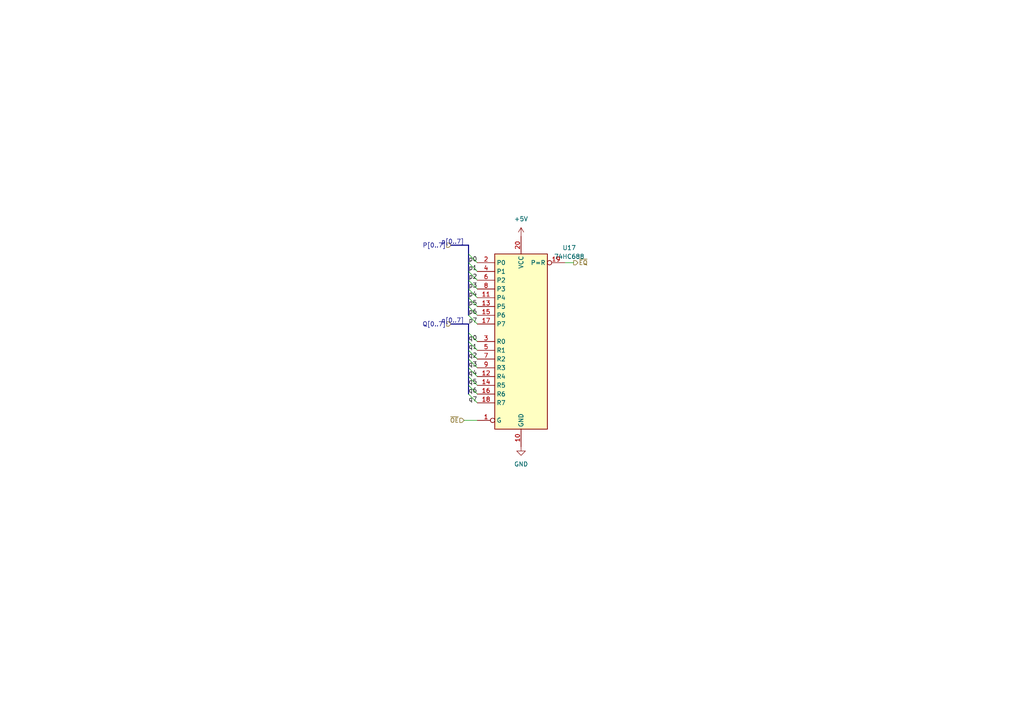
<source format=kicad_sch>
(kicad_sch (version 20230121) (generator eeschema)
  (paper "A4")
  (lib_symbols
    (symbol "74xx:74HC688"
      (property "Reference" "U" (at -7.62 26.67 0))
      (property "Value" "74HC688" (at -7.62 -26.67 0))
      (symbol "74HC688_1_0"
        (pin input inverted (at -12.7 -22.86 0) (length 5.08) (name "G") (number "1"))
        (pin power_in line (at 0 -30.48 90) (length 5.08) (name "GND") (number "10"))
        (pin input line (at -12.7 12.7 0) (length 5.08) (name "P4") (number "11"))
        (pin input line (at -12.7 -10.16 0) (length 5.08) (name "R4") (number "12"))
        (pin input line (at -12.7 10.16 0) (length 5.08) (name "P5") (number "13"))
        (pin input line (at -12.7 -12.7 0) (length 5.08) (name "R5") (number "14"))
        (pin input line (at -12.7 7.62 0) (length 5.08) (name "P6") (number "15"))
        (pin input line (at -12.7 -15.24 0) (length 5.08) (name "R6") (number "16"))
        (pin input line (at -12.7 5.08 0) (length 5.08) (name "P7") (number "17"))
        (pin input line (at -12.7 -17.78 0) (length 5.08) (name "R7") (number "18"))
        (pin output inverted (at 12.7 22.86 180) (length 5.08) (name "P=R") (number "19"))
        (pin input line (at -12.7 22.86 0) (length 5.08) (name "P0") (number "2"))
        (pin power_in line (at 0 30.48 270) (length 5.08) (name "VCC") (number "20"))
        (pin input line (at -12.7 0 0) (length 5.08) (name "R0") (number "3"))
        (pin input line (at -12.7 20.32 0) (length 5.08) (name "P1") (number "4"))
        (pin input line (at -12.7 -2.54 0) (length 5.08) (name "R1") (number "5"))
        (pin input line (at -12.7 17.78 0) (length 5.08) (name "P2") (number "6"))
        (pin input line (at -12.7 -5.08 0) (length 5.08) (name "R2") (number "7"))
        (pin input line (at -12.7 15.24 0) (length 5.08) (name "P3") (number "8"))
        (pin input line (at -12.7 -7.62 0) (length 5.08) (name "R3") (number "9"))
      )
      (symbol "74HC688_1_1"
        (rectangle (start -7.62 25.4) (end 7.62 -25.4) (stroke (width 0.254)) (fill (type background)))
      )
    )
    (symbol "power:+5V" (power) (pin_names (offset 0))
      (property "Value" "+5V" (at 0 3.556 0))
      (symbol "+5V_0_1"
        (polyline (pts (xy -0.762 1.27) (xy 0 2.54)))
        (polyline (pts (xy 0 0) (xy 0 2.54)))
        (polyline (pts (xy 0 2.54) (xy 0.762 1.27)))
      )
      (symbol "+5V_1_1"
        (pin power_in line (at 0 0 90) (length 0) hide (name "+5V") (number "1"))
      )
    )
    (symbol "power:GND" (power) (pin_names (offset 0))
      (property "Value" "GND" (at 0 -3.81 0))
      (symbol "GND_0_1"
        (polyline (pts (xy 0 0) (xy 0 -1.27) (xy 1.27 -1.27) (xy 0 -2.54) (xy -1.27 -1.27) (xy 0 -1.27)))
      )
      (symbol "GND_1_1"
        (pin power_in line (at 0 0 270) (length 0) hide (name "GND") (number "1"))
      )
    )
  )
  (bus_entry (at 135.89 106.68) (size 2.54 2.54))
  (bus_entry (at 135.89 101.6) (size 2.54 2.54))
  (bus_entry (at 135.89 78.74) (size 2.54 2.54))
  (bus_entry (at 135.89 76.2) (size 2.54 2.54))
  (bus_entry (at 135.89 99.06) (size 2.54 2.54))
  (bus_entry (at 135.89 111.76) (size 2.54 2.54))
  (bus_entry (at 135.89 81.28) (size 2.54 2.54))
  (bus_entry (at 135.89 104.14) (size 2.54 2.54))
  (bus_entry (at 135.89 83.82) (size 2.54 2.54))
  (bus_entry (at 135.89 73.66) (size 2.54 2.54))
  (bus_entry (at 135.89 91.44) (size 2.54 2.54))
  (bus_entry (at 135.89 109.22) (size 2.54 2.54))
  (bus_entry (at 135.89 88.9) (size 2.54 2.54))
  (bus_entry (at 135.89 86.36) (size 2.54 2.54))
  (bus_entry (at 135.89 114.3) (size 2.54 2.54))
  (bus_entry (at 135.89 96.52) (size 2.54 2.54))
  (bus (pts (xy 135.89 78.74) (xy 135.89 76.2)))
  (bus (pts (xy 135.89 109.22) (xy 135.89 106.68)))
  (bus (pts (xy 135.89 88.9) (xy 135.89 86.36)))
  (bus (pts (xy 135.89 83.82) (xy 135.89 81.28)))
  (bus (pts (xy 135.89 73.66) (xy 135.89 71.12)))
  (bus (pts (xy 135.89 111.76) (xy 135.89 109.22)))
  (bus (pts (xy 135.89 76.2) (xy 135.89 73.66)))
  (bus (pts (xy 135.89 91.44) (xy 135.89 88.9)))
  (bus (pts (xy 135.89 106.68) (xy 135.89 104.14)))
  (bus (pts (xy 135.89 104.14) (xy 135.89 101.6)))
  (bus (pts (xy 135.89 96.52) (xy 135.89 93.98)))
  (bus (pts (xy 135.89 86.36) (xy 135.89 83.82)))
  (bus (pts (xy 130.81 93.98) (xy 135.89 93.98)))
  (wire (pts (xy 134.62 121.92) (xy 138.43 121.92)))
  (bus (pts (xy 135.89 99.06) (xy 135.89 96.52)))
  (wire (pts (xy 163.83 76.2) (xy 166.37 76.2)))
  (bus (pts (xy 135.89 114.3) (xy 135.89 111.76)))
  (bus (pts (xy 135.89 81.28) (xy 135.89 78.74)))
  (bus (pts (xy 135.89 101.6) (xy 135.89 99.06)))
  (bus (pts (xy 130.81 71.12) (xy 135.89 71.12)))
  (label "p5" (at 138.43 88.9 180))
  (label "p7" (at 138.43 93.98 180))
  (label "p3" (at 138.43 83.82 180))
  (label "q[0..7]" (at 134.62 93.98 180))
  (label "q1" (at 138.43 101.6 180))
  (label "p1" (at 138.43 78.74 180))
  (label "p[0..7]" (at 134.62 71.12 180))
  (label "q5" (at 138.43 111.76 180))
  (label "q2" (at 138.43 104.14 180))
  (label "p0" (at 138.43 76.2 180))
  (label "p4" (at 138.43 86.36 180))
  (label "q3" (at 138.43 106.68 180))
  (label "q6" (at 138.43 114.3 180))
  (label "q4" (at 138.43 109.22 180))
  (label "q0" (at 138.43 99.06 180))
  (label "q7" (at 138.43 116.84 180))
  (label "p2" (at 138.43 81.28 180))
  (label "p6" (at 138.43 91.44 180))
  (hierarchical_label "~{EQ}" (shape output) (at 166.37 76.2 0))
  (hierarchical_label "~{OE}" (shape input) (at 134.62 121.92 180))
  (hierarchical_label "Q[0..7]" (shape input) (at 130.81 93.98 180))
  (hierarchical_label "P[0..7]" (shape input) (at 130.81 71.12 180))
  (symbol (lib_id "74xx:74HC688") (at 151.13 99.06 0) (unit 1)
    (property "Reference" "U17" (at 165.1 71.8693 0))
    (property "Value" "74HC688" (at 165.1 74.4093 0))
    (property "Footprint" "Package_SO:TSSOP-20-1EP_4.4x6.5mm_P0.65mm_EP2.15x3.35mm" (effects hide))
    (property "Datasheet" "https://www.ti.com/lit/ds/symlink/cd54hc688.pdf" (effects hide))
    (instances (project "orrery_circuit" (path "" (reference "U17") (unit 1)) (path "" (reference "U35") (unit 1)) (path "" (reference "U23") (unit 1)) (path "" (reference "U24") (unit 1)) (path "" (reference "U29") (unit 1)) (path "" (reference "U30") (unit 1)) (path "" (reference "U36") (unit 1)) (path "" (reference "U37") (unit 1))))
  )
  (symbol (lib_id "power:+5V") (at 151.13 68.58 0) (unit 1)
    (property "Reference" "#PWR060" (effects hide))
    (property "Value" "+5V" (at 151.13 63.5 0))
    (instances (project "orrery_circuit" (path "" (reference "#PWR060") (unit 1)) (path "" (reference "#PWR0148") (unit 1)) (path "" (reference "#PWR088") (unit 1)) (path "" (reference "#PWR090") (unit 1)) (path "" (reference "#PWR0116") (unit 1)) (path "" (reference "#PWR0118") (unit 1)) (path "" (reference "#PWR0150") (unit 1)) (path "" (reference "#PWR0152") (unit 1))))
  )
  (symbol (lib_id "power:GND") (at 151.13 129.54 0) (unit 1)
    (property "Reference" "#PWR061" (effects hide))
    (property "Value" "GND" (at 151.13 134.62 0))
    (instances (project "orrery_circuit" (path "" (reference "#PWR061") (unit 1)) (path "" (reference "#PWR0149") (unit 1)) (path "" (reference "#PWR089") (unit 1)) (path "" (reference "#PWR091") (unit 1)) (path "" (reference "#PWR0117") (unit 1)) (path "" (reference "#PWR0119") (unit 1)) (path "" (reference "#PWR0151") (unit 1)) (path "" (reference "#PWR0153") (unit 1))))
  )
)
</source>
